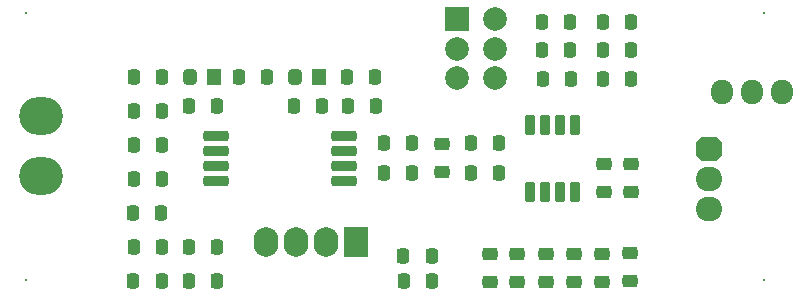
<source format=gts>
G04*
G04 #@! TF.GenerationSoftware,Altium Limited,Altium Designer,21.6.1 (37)*
G04*
G04 Layer_Color=8807089*
%FSTAX24Y24*%
%MOIN*%
G70*
G04*
G04 #@! TF.SameCoordinates,7AD6CBE7-45AD-4871-8827-9D585CE600FE*
G04*
G04*
G04 #@! TF.FilePolarity,Negative*
G04*
G01*
G75*
G04:AMPARAMS|DCode=27|XSize=67.1mil|YSize=35.6mil|CornerRadius=10.9mil|HoleSize=0mil|Usage=FLASHONLY|Rotation=270.000|XOffset=0mil|YOffset=0mil|HoleType=Round|Shape=RoundedRectangle|*
%AMROUNDEDRECTD27*
21,1,0.0671,0.0138,0,0,270.0*
21,1,0.0453,0.0356,0,0,270.0*
1,1,0.0218,-0.0069,-0.0226*
1,1,0.0218,-0.0069,0.0226*
1,1,0.0218,0.0069,0.0226*
1,1,0.0218,0.0069,-0.0226*
%
%ADD27ROUNDEDRECTD27*%
G04:AMPARAMS|DCode=28|XSize=43.3mil|YSize=51.2mil|CornerRadius=11.8mil|HoleSize=0mil|Usage=FLASHONLY|Rotation=180.000|XOffset=0mil|YOffset=0mil|HoleType=Round|Shape=RoundedRectangle|*
%AMROUNDEDRECTD28*
21,1,0.0433,0.0276,0,0,180.0*
21,1,0.0197,0.0512,0,0,180.0*
1,1,0.0236,-0.0098,0.0138*
1,1,0.0236,0.0098,0.0138*
1,1,0.0236,0.0098,-0.0138*
1,1,0.0236,-0.0098,-0.0138*
%
%ADD28ROUNDEDRECTD28*%
G04:AMPARAMS|DCode=29|XSize=43.3mil|YSize=51.2mil|CornerRadius=11.8mil|HoleSize=0mil|Usage=FLASHONLY|Rotation=270.000|XOffset=0mil|YOffset=0mil|HoleType=Round|Shape=RoundedRectangle|*
%AMROUNDEDRECTD29*
21,1,0.0433,0.0276,0,0,270.0*
21,1,0.0197,0.0512,0,0,270.0*
1,1,0.0236,-0.0138,-0.0098*
1,1,0.0236,-0.0138,0.0098*
1,1,0.0236,0.0138,0.0098*
1,1,0.0236,0.0138,-0.0098*
%
%ADD29ROUNDEDRECTD29*%
G04:AMPARAMS|DCode=30|XSize=86.7mil|YSize=35.6mil|CornerRadius=10.9mil|HoleSize=0mil|Usage=FLASHONLY|Rotation=0.000|XOffset=0mil|YOffset=0mil|HoleType=Round|Shape=RoundedRectangle|*
%AMROUNDEDRECTD30*
21,1,0.0867,0.0138,0,0,0.0*
21,1,0.0650,0.0356,0,0,0.0*
1,1,0.0218,0.0325,-0.0069*
1,1,0.0218,-0.0325,-0.0069*
1,1,0.0218,-0.0325,0.0069*
1,1,0.0218,0.0325,0.0069*
%
%ADD30ROUNDEDRECTD30*%
%ADD31R,0.0453X0.0531*%
G04:AMPARAMS|DCode=32|XSize=45.3mil|YSize=53.1mil|CornerRadius=12.8mil|HoleSize=0mil|Usage=FLASHONLY|Rotation=180.000|XOffset=0mil|YOffset=0mil|HoleType=Round|Shape=RoundedRectangle|*
%AMROUNDEDRECTD32*
21,1,0.0453,0.0276,0,0,180.0*
21,1,0.0197,0.0531,0,0,180.0*
1,1,0.0256,-0.0098,0.0138*
1,1,0.0256,0.0098,0.0138*
1,1,0.0256,0.0098,-0.0138*
1,1,0.0256,-0.0098,-0.0138*
%
%ADD32ROUNDEDRECTD32*%
%ADD33C,0.0079*%
%ADD34O,0.0828X0.0986*%
%ADD35R,0.0828X0.0986*%
%ADD36O,0.0730X0.0830*%
%ADD37O,0.0867X0.0828*%
G04:AMPARAMS|DCode=38|XSize=86.7mil|YSize=82.8mil|CornerRadius=0mil|HoleSize=0mil|Usage=FLASHONLY|Rotation=0.000|XOffset=0mil|YOffset=0mil|HoleType=Round|Shape=Octagon|*
%AMOCTAGOND38*
4,1,8,0.0434,-0.0207,0.0434,0.0207,0.0227,0.0414,-0.0227,0.0414,-0.0434,0.0207,-0.0434,-0.0207,-0.0227,-0.0414,0.0227,-0.0414,0.0434,-0.0207,0.0*
%
%ADD38OCTAGOND38*%

%ADD39R,0.0789X0.0789*%
%ADD40C,0.0789*%
%ADD41O,0.1458X0.1261*%
D27*
X06005Y026613D02*
D03*
X06055D02*
D03*
X06105D02*
D03*
X06155D02*
D03*
Y024387D02*
D03*
X06105D02*
D03*
X06055D02*
D03*
X06005D02*
D03*
D28*
X049619Y022533D02*
D03*
X048681D02*
D03*
X046818Y023667D02*
D03*
X047756D02*
D03*
X047769Y0248D02*
D03*
X046831D02*
D03*
X046831Y025933D02*
D03*
X047769D02*
D03*
X046831Y027067D02*
D03*
X047769D02*
D03*
X059019Y025D02*
D03*
X058081D02*
D03*
X055831Y0214D02*
D03*
X056769D02*
D03*
X048688Y0214D02*
D03*
X049625D02*
D03*
Y02725D02*
D03*
X048688D02*
D03*
X056119Y025D02*
D03*
X055181D02*
D03*
X056119Y026D02*
D03*
X055181D02*
D03*
X053963Y02725D02*
D03*
X0549D02*
D03*
X061419Y02815D02*
D03*
X060481D02*
D03*
X061375Y0291D02*
D03*
X060438D02*
D03*
X06045Y03005D02*
D03*
X061387D02*
D03*
X047769Y0282D02*
D03*
X046831D02*
D03*
X047769Y022533D02*
D03*
X046831D02*
D03*
X053931Y0282D02*
D03*
X054869D02*
D03*
X050334Y0282D02*
D03*
X051271D02*
D03*
X0634Y03005D02*
D03*
X062463D02*
D03*
X062478Y02815D02*
D03*
X063415D02*
D03*
X062463Y0291D02*
D03*
X0634D02*
D03*
X055825Y02225D02*
D03*
X056762D02*
D03*
X046825Y0214D02*
D03*
X047762D02*
D03*
X053125Y02725D02*
D03*
X052188D02*
D03*
X058081Y026D02*
D03*
X059019D02*
D03*
D29*
X0571Y025975D02*
D03*
Y025038D02*
D03*
X0587Y021382D02*
D03*
Y022319D02*
D03*
X06245Y021381D02*
D03*
Y022319D02*
D03*
X061512Y022319D02*
D03*
Y021382D02*
D03*
X063387Y021394D02*
D03*
Y022332D02*
D03*
X0596Y022319D02*
D03*
Y021381D02*
D03*
X060575Y021381D02*
D03*
Y022319D02*
D03*
X0625Y024375D02*
D03*
Y025312D02*
D03*
X0634D02*
D03*
Y024375D02*
D03*
D30*
X049566Y02625D02*
D03*
Y02575D02*
D03*
Y02525D02*
D03*
Y02475D02*
D03*
X053834D02*
D03*
Y02525D02*
D03*
Y02575D02*
D03*
Y02625D02*
D03*
D31*
X052994Y0282D02*
D03*
X049494D02*
D03*
D32*
X052206D02*
D03*
X048706D02*
D03*
D33*
X06785Y030348D02*
D03*
Y021448D02*
D03*
X04325Y030348D02*
D03*
Y021448D02*
D03*
D34*
X05125Y0227D02*
D03*
X05225D02*
D03*
X05325D02*
D03*
D35*
X05425D02*
D03*
D36*
X06644Y0277D02*
D03*
X06745D02*
D03*
X06843D02*
D03*
D37*
X066Y0248D02*
D03*
Y0238D02*
D03*
D38*
Y0258D02*
D03*
D39*
X05762Y030134D02*
D03*
D40*
Y02915D02*
D03*
Y028166D02*
D03*
X05888Y030134D02*
D03*
Y02915D02*
D03*
Y028166D02*
D03*
D41*
X04375Y0249D02*
D03*
Y0269D02*
D03*
M02*

</source>
